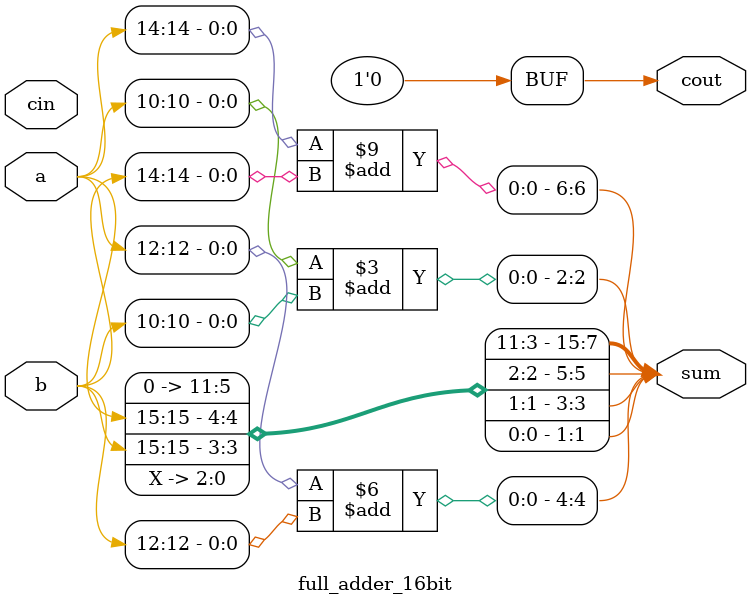
<source format=v>
module full_adder_16bit (
    input  [15:0] a,
    input  [15:0] b,
    input  cin,
    output [15:0] sum,
    output cout
);
    assign {cout, sum[15], sum[14:2], sum[1]} = {{a[15], b[15]}, {a[14]+b[14], a[13]+b[13]+cin[13]},
                                              {a[12]+b[12], a[11]+b[11]+cin[11]}, 
                                              {a[10]+b[10], a[9]+b[9]+cin[9]}};
endmodule
</source>
